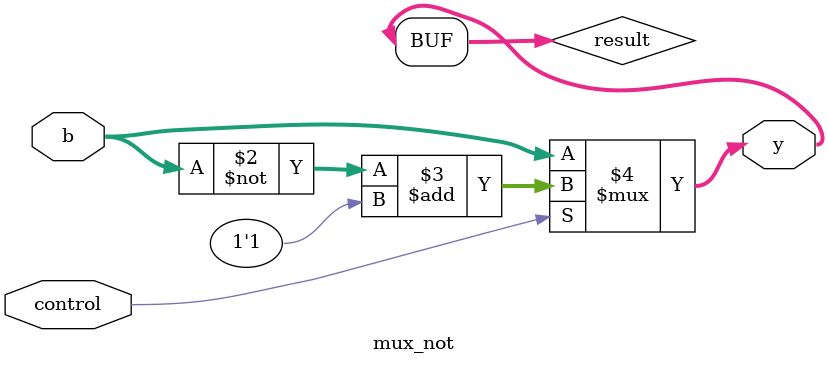
<source format=sv>
module mux_not #(parameter N=3)
					 (input  logic [N-1:0] b,
					  input  logic         control,
					  output logic [N-1:0] y);
						
logic [N-1:0] result;

always_comb begin
	result = control ? (~b + 1'b1) : b;
end

assign y = result;

endmodule
</source>
